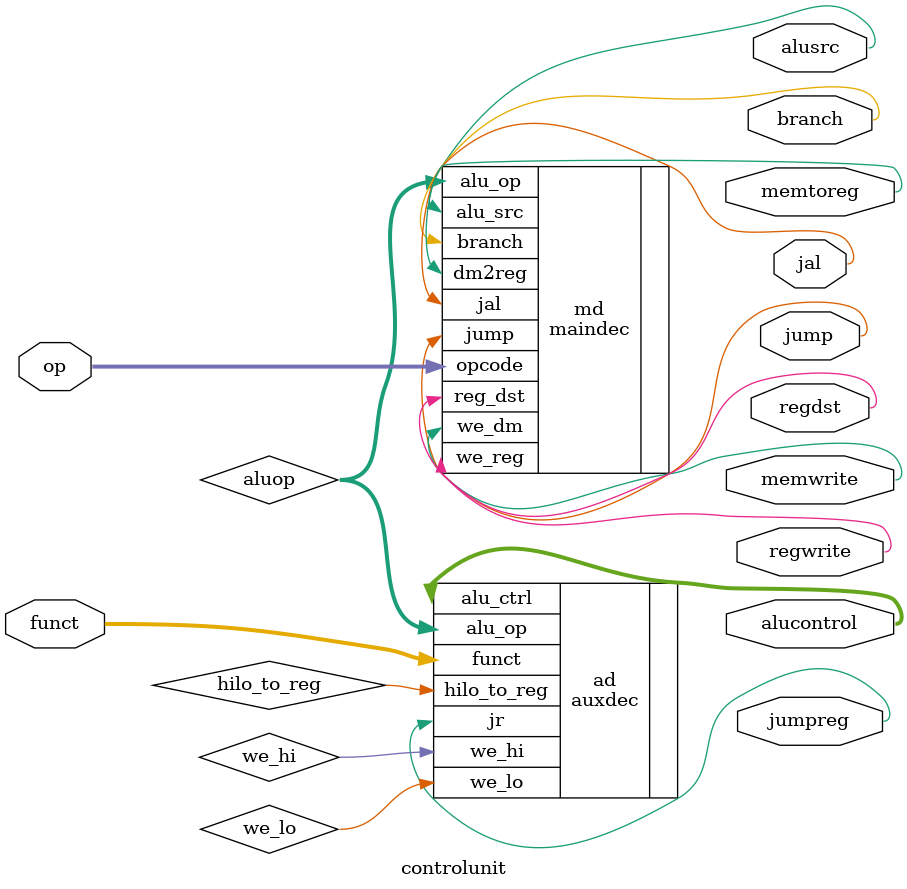
<source format=v>
module controlunit (
    input  wire [5:0]  op,
    input  wire [5:0]  funct,
    output wire        regwrite,
    output wire        memtoreg,
    output wire        memwrite,
    output wire        branch,
    output wire        alusrc,
    output wire        regdst,
    output wire        jump,
    output wire        jal,
    output wire        jumpreg,
    output wire [2:0]  alucontrol
);
    
    // Internal signals
    wire [1:0] aluop;
    wire we_hi, we_lo, hilo_to_reg;
    
    // Main decoder
    maindec md (
        .opcode(op),
        .branch(branch),
        .jump(jump),
        .reg_dst(regdst),
        .we_reg(regwrite),
        .alu_src(alusrc),
        .we_dm(memwrite),
        .dm2reg(memtoreg),
        .jal(jal),
        .alu_op(aluop)
    );

    // ALU decoder
    auxdec ad (
        .alu_op(aluop),
        .funct(funct),
        .alu_ctrl(alucontrol),
        .we_hi(we_hi),
        .we_lo(we_lo),
        .hilo_to_reg(hilo_to_reg),
        .jr(jumpreg)
    );

endmodule
</source>
